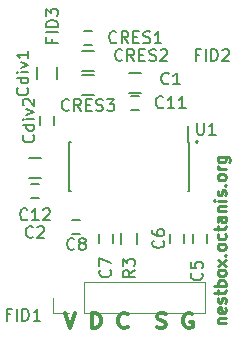
<source format=gto>
%TF.GenerationSoftware,KiCad,Pcbnew,4.0.7*%
%TF.CreationDate,2018-10-01T17:52:14+02:00*%
%TF.ProjectId,RFID_BOARD_V3_EM4095,524649445F424F4152445F56335F454D,rev?*%
%TF.FileFunction,Legend,Top*%
%FSLAX46Y46*%
G04 Gerber Fmt 4.6, Leading zero omitted, Abs format (unit mm)*
G04 Created by KiCad (PCBNEW 4.0.7) date 2018 October 01, Monday 17:52:14*
%MOMM*%
%LPD*%
G01*
G04 APERTURE LIST*
%ADD10C,0.100000*%
%ADD11C,0.300000*%
%ADD12C,0.250000*%
%ADD13C,0.220000*%
%ADD14C,0.150000*%
%ADD15C,0.120000*%
G04 APERTURE END LIST*
D10*
D11*
X154521430Y-124788095D02*
X154954763Y-126088095D01*
X155388096Y-124788095D01*
X156811906Y-126088095D02*
X156811906Y-124788095D01*
X157121430Y-124788095D01*
X157307144Y-124850000D01*
X157430953Y-124973810D01*
X157492858Y-125097619D01*
X157554763Y-125345238D01*
X157554763Y-125530952D01*
X157492858Y-125778571D01*
X157430953Y-125902381D01*
X157307144Y-126026190D01*
X157121430Y-126088095D01*
X156811906Y-126088095D01*
X159845239Y-125964286D02*
X159783334Y-126026190D01*
X159597620Y-126088095D01*
X159473810Y-126088095D01*
X159288096Y-126026190D01*
X159164287Y-125902381D01*
X159102382Y-125778571D01*
X159040477Y-125530952D01*
X159040477Y-125345238D01*
X159102382Y-125097619D01*
X159164287Y-124973810D01*
X159288096Y-124850000D01*
X159473810Y-124788095D01*
X159597620Y-124788095D01*
X159783334Y-124850000D01*
X159845239Y-124911905D01*
X162321429Y-126026190D02*
X162507143Y-126088095D01*
X162816667Y-126088095D01*
X162940477Y-126026190D01*
X163002381Y-125964286D01*
X163064286Y-125840476D01*
X163064286Y-125716667D01*
X163002381Y-125592857D01*
X162940477Y-125530952D01*
X162816667Y-125469048D01*
X162569048Y-125407143D01*
X162445239Y-125345238D01*
X162383334Y-125283333D01*
X162321429Y-125159524D01*
X162321429Y-125035714D01*
X162383334Y-124911905D01*
X162445239Y-124850000D01*
X162569048Y-124788095D01*
X162878572Y-124788095D01*
X163064286Y-124850000D01*
X165292857Y-124850000D02*
X165169048Y-124788095D01*
X164983333Y-124788095D01*
X164797619Y-124850000D01*
X164673810Y-124973810D01*
X164611905Y-125097619D01*
X164550000Y-125345238D01*
X164550000Y-125530952D01*
X164611905Y-125778571D01*
X164673810Y-125902381D01*
X164797619Y-126026190D01*
X164983333Y-126088095D01*
X165107143Y-126088095D01*
X165292857Y-126026190D01*
X165354762Y-125964286D01*
X165354762Y-125530952D01*
X165107143Y-125530952D01*
D12*
X165607143Y-110261905D02*
X165654762Y-110214286D01*
X165702381Y-110261905D01*
X165654762Y-110309524D01*
X165607143Y-110261905D01*
X165702381Y-110261905D01*
D13*
X167485714Y-125661905D02*
X168152381Y-125661905D01*
X167580952Y-125661905D02*
X167533333Y-125614286D01*
X167485714Y-125519048D01*
X167485714Y-125376190D01*
X167533333Y-125280952D01*
X167628571Y-125233333D01*
X168152381Y-125233333D01*
X168104762Y-124376190D02*
X168152381Y-124471428D01*
X168152381Y-124661905D01*
X168104762Y-124757143D01*
X168009524Y-124804762D01*
X167628571Y-124804762D01*
X167533333Y-124757143D01*
X167485714Y-124661905D01*
X167485714Y-124471428D01*
X167533333Y-124376190D01*
X167628571Y-124328571D01*
X167723810Y-124328571D01*
X167819048Y-124804762D01*
X168104762Y-123947619D02*
X168152381Y-123852381D01*
X168152381Y-123661905D01*
X168104762Y-123566666D01*
X168009524Y-123519047D01*
X167961905Y-123519047D01*
X167866667Y-123566666D01*
X167819048Y-123661905D01*
X167819048Y-123804762D01*
X167771429Y-123900000D01*
X167676190Y-123947619D01*
X167628571Y-123947619D01*
X167533333Y-123900000D01*
X167485714Y-123804762D01*
X167485714Y-123661905D01*
X167533333Y-123566666D01*
X167485714Y-123233333D02*
X167485714Y-122852381D01*
X167152381Y-123090476D02*
X168009524Y-123090476D01*
X168104762Y-123042857D01*
X168152381Y-122947619D01*
X168152381Y-122852381D01*
X168152381Y-122519047D02*
X167152381Y-122519047D01*
X167533333Y-122519047D02*
X167485714Y-122423809D01*
X167485714Y-122233332D01*
X167533333Y-122138094D01*
X167580952Y-122090475D01*
X167676190Y-122042856D01*
X167961905Y-122042856D01*
X168057143Y-122090475D01*
X168104762Y-122138094D01*
X168152381Y-122233332D01*
X168152381Y-122423809D01*
X168104762Y-122519047D01*
X168152381Y-121471428D02*
X168104762Y-121566666D01*
X168057143Y-121614285D01*
X167961905Y-121661904D01*
X167676190Y-121661904D01*
X167580952Y-121614285D01*
X167533333Y-121566666D01*
X167485714Y-121471428D01*
X167485714Y-121328570D01*
X167533333Y-121233332D01*
X167580952Y-121185713D01*
X167676190Y-121138094D01*
X167961905Y-121138094D01*
X168057143Y-121185713D01*
X168104762Y-121233332D01*
X168152381Y-121328570D01*
X168152381Y-121471428D01*
X168152381Y-120804761D02*
X167485714Y-120280951D01*
X167485714Y-120804761D02*
X168152381Y-120280951D01*
X168057143Y-119899999D02*
X168104762Y-119852380D01*
X168152381Y-119899999D01*
X168104762Y-119947618D01*
X168057143Y-119899999D01*
X168152381Y-119899999D01*
X168152381Y-119280952D02*
X168104762Y-119376190D01*
X168057143Y-119423809D01*
X167961905Y-119471428D01*
X167676190Y-119471428D01*
X167580952Y-119423809D01*
X167533333Y-119376190D01*
X167485714Y-119280952D01*
X167485714Y-119138094D01*
X167533333Y-119042856D01*
X167580952Y-118995237D01*
X167676190Y-118947618D01*
X167961905Y-118947618D01*
X168057143Y-118995237D01*
X168104762Y-119042856D01*
X168152381Y-119138094D01*
X168152381Y-119280952D01*
X168104762Y-118090475D02*
X168152381Y-118185713D01*
X168152381Y-118376190D01*
X168104762Y-118471428D01*
X168057143Y-118519047D01*
X167961905Y-118566666D01*
X167676190Y-118566666D01*
X167580952Y-118519047D01*
X167533333Y-118471428D01*
X167485714Y-118376190D01*
X167485714Y-118185713D01*
X167533333Y-118090475D01*
X167485714Y-117804761D02*
X167485714Y-117423809D01*
X167152381Y-117661904D02*
X168009524Y-117661904D01*
X168104762Y-117614285D01*
X168152381Y-117519047D01*
X168152381Y-117423809D01*
X168152381Y-116661903D02*
X167628571Y-116661903D01*
X167533333Y-116709522D01*
X167485714Y-116804760D01*
X167485714Y-116995237D01*
X167533333Y-117090475D01*
X168104762Y-116661903D02*
X168152381Y-116757141D01*
X168152381Y-116995237D01*
X168104762Y-117090475D01*
X168009524Y-117138094D01*
X167914286Y-117138094D01*
X167819048Y-117090475D01*
X167771429Y-116995237D01*
X167771429Y-116757141D01*
X167723810Y-116661903D01*
X167485714Y-116185713D02*
X168152381Y-116185713D01*
X167580952Y-116185713D02*
X167533333Y-116138094D01*
X167485714Y-116042856D01*
X167485714Y-115899998D01*
X167533333Y-115804760D01*
X167628571Y-115757141D01*
X168152381Y-115757141D01*
X168152381Y-115280951D02*
X167485714Y-115280951D01*
X167152381Y-115280951D02*
X167200000Y-115328570D01*
X167247619Y-115280951D01*
X167200000Y-115233332D01*
X167152381Y-115280951D01*
X167247619Y-115280951D01*
X168104762Y-114852380D02*
X168152381Y-114757142D01*
X168152381Y-114566666D01*
X168104762Y-114471427D01*
X168009524Y-114423808D01*
X167961905Y-114423808D01*
X167866667Y-114471427D01*
X167819048Y-114566666D01*
X167819048Y-114709523D01*
X167771429Y-114804761D01*
X167676190Y-114852380D01*
X167628571Y-114852380D01*
X167533333Y-114804761D01*
X167485714Y-114709523D01*
X167485714Y-114566666D01*
X167533333Y-114471427D01*
X168057143Y-113995237D02*
X168104762Y-113947618D01*
X168152381Y-113995237D01*
X168104762Y-114042856D01*
X168057143Y-113995237D01*
X168152381Y-113995237D01*
X168152381Y-113376190D02*
X168104762Y-113471428D01*
X168057143Y-113519047D01*
X167961905Y-113566666D01*
X167676190Y-113566666D01*
X167580952Y-113519047D01*
X167533333Y-113471428D01*
X167485714Y-113376190D01*
X167485714Y-113233332D01*
X167533333Y-113138094D01*
X167580952Y-113090475D01*
X167676190Y-113042856D01*
X167961905Y-113042856D01*
X168057143Y-113090475D01*
X168104762Y-113138094D01*
X168152381Y-113233332D01*
X168152381Y-113376190D01*
X168152381Y-112614285D02*
X167485714Y-112614285D01*
X167676190Y-112614285D02*
X167580952Y-112566666D01*
X167533333Y-112519047D01*
X167485714Y-112423809D01*
X167485714Y-112328570D01*
X167485714Y-111566665D02*
X168295238Y-111566665D01*
X168390476Y-111614284D01*
X168438095Y-111661903D01*
X168485714Y-111757142D01*
X168485714Y-111899999D01*
X168438095Y-111995237D01*
X168104762Y-111566665D02*
X168152381Y-111661903D01*
X168152381Y-111852380D01*
X168104762Y-111947618D01*
X168057143Y-111995237D01*
X167961905Y-112042856D01*
X167676190Y-112042856D01*
X167580952Y-111995237D01*
X167533333Y-111947618D01*
X167485714Y-111852380D01*
X167485714Y-111661903D01*
X167533333Y-111566665D01*
D14*
X165400000Y-118850000D02*
X165400000Y-118150000D01*
X166600000Y-118150000D02*
X166600000Y-118850000D01*
X164600000Y-118150000D02*
X164600000Y-118850000D01*
X163400000Y-118850000D02*
X163400000Y-118150000D01*
X157400000Y-118850000D02*
X157400000Y-118150000D01*
X158600000Y-118150000D02*
X158600000Y-118850000D01*
X165075000Y-110325000D02*
X164970000Y-110325000D01*
X165075000Y-114475000D02*
X164970000Y-114475000D01*
X154925000Y-114475000D02*
X155030000Y-114475000D01*
X154925000Y-110325000D02*
X155030000Y-110325000D01*
X165075000Y-110325000D02*
X165075000Y-114475000D01*
X154925000Y-110325000D02*
X154925000Y-114475000D01*
X164970000Y-110325000D02*
X164970000Y-108950000D01*
X151650000Y-113900000D02*
X152350000Y-113900000D01*
X152350000Y-115100000D02*
X151650000Y-115100000D01*
X155150000Y-116900000D02*
X155850000Y-116900000D01*
X155850000Y-118100000D02*
X155150000Y-118100000D01*
X152150000Y-104000000D02*
X152150000Y-105000000D01*
X153850000Y-105000000D02*
X153850000Y-104000000D01*
X152400000Y-108850000D02*
X152400000Y-108150000D01*
X153600000Y-108150000D02*
X153600000Y-108850000D01*
X157000000Y-102650000D02*
X156000000Y-102650000D01*
X156000000Y-104350000D02*
X157000000Y-104350000D01*
X156000000Y-106350000D02*
X157000000Y-106350000D01*
X157000000Y-104650000D02*
X156000000Y-104650000D01*
D15*
X166370000Y-124830000D02*
X166370000Y-122170000D01*
X156150000Y-124830000D02*
X166370000Y-124830000D01*
X156150000Y-122170000D02*
X166370000Y-122170000D01*
X156150000Y-124830000D02*
X156150000Y-122170000D01*
X154880000Y-124830000D02*
X153550000Y-124830000D01*
X153550000Y-124830000D02*
X153550000Y-123500000D01*
D14*
X160675000Y-118000000D02*
X160675000Y-119000000D01*
X159325000Y-119000000D02*
X159325000Y-118000000D01*
X156850000Y-102100000D02*
X156150000Y-102100000D01*
X156150000Y-100900000D02*
X156850000Y-100900000D01*
X160850000Y-107600000D02*
X160150000Y-107600000D01*
X160150000Y-106400000D02*
X160850000Y-106400000D01*
X160000000Y-106150000D02*
X161000000Y-106150000D01*
X161000000Y-104450000D02*
X160000000Y-104450000D01*
X152500000Y-111650000D02*
X151500000Y-111650000D01*
X151500000Y-113350000D02*
X152500000Y-113350000D01*
X153428571Y-101571428D02*
X153428571Y-101904762D01*
X153952381Y-101904762D02*
X152952381Y-101904762D01*
X152952381Y-101428571D01*
X153952381Y-101047619D02*
X152952381Y-101047619D01*
X153952381Y-100571429D02*
X152952381Y-100571429D01*
X152952381Y-100333334D01*
X153000000Y-100190476D01*
X153095238Y-100095238D01*
X153190476Y-100047619D01*
X153380952Y-100000000D01*
X153523810Y-100000000D01*
X153714286Y-100047619D01*
X153809524Y-100095238D01*
X153904762Y-100190476D01*
X153952381Y-100333334D01*
X153952381Y-100571429D01*
X152952381Y-99666667D02*
X152952381Y-99047619D01*
X153333333Y-99380953D01*
X153333333Y-99238095D01*
X153380952Y-99142857D01*
X153428571Y-99095238D01*
X153523810Y-99047619D01*
X153761905Y-99047619D01*
X153857143Y-99095238D01*
X153904762Y-99142857D01*
X153952381Y-99238095D01*
X153952381Y-99523810D01*
X153904762Y-99619048D01*
X153857143Y-99666667D01*
X165928572Y-102928571D02*
X165595238Y-102928571D01*
X165595238Y-103452381D02*
X165595238Y-102452381D01*
X166071429Y-102452381D01*
X166452381Y-103452381D02*
X166452381Y-102452381D01*
X166928571Y-103452381D02*
X166928571Y-102452381D01*
X167166666Y-102452381D01*
X167309524Y-102500000D01*
X167404762Y-102595238D01*
X167452381Y-102690476D01*
X167500000Y-102880952D01*
X167500000Y-103023810D01*
X167452381Y-103214286D01*
X167404762Y-103309524D01*
X167309524Y-103404762D01*
X167166666Y-103452381D01*
X166928571Y-103452381D01*
X167880952Y-102547619D02*
X167928571Y-102500000D01*
X168023809Y-102452381D01*
X168261905Y-102452381D01*
X168357143Y-102500000D01*
X168404762Y-102547619D01*
X168452381Y-102642857D01*
X168452381Y-102738095D01*
X168404762Y-102880952D01*
X167833333Y-103452381D01*
X168452381Y-103452381D01*
X166107143Y-121416666D02*
X166154762Y-121464285D01*
X166202381Y-121607142D01*
X166202381Y-121702380D01*
X166154762Y-121845238D01*
X166059524Y-121940476D01*
X165964286Y-121988095D01*
X165773810Y-122035714D01*
X165630952Y-122035714D01*
X165440476Y-121988095D01*
X165345238Y-121940476D01*
X165250000Y-121845238D01*
X165202381Y-121702380D01*
X165202381Y-121607142D01*
X165250000Y-121464285D01*
X165297619Y-121416666D01*
X165202381Y-120511904D02*
X165202381Y-120988095D01*
X165678571Y-121035714D01*
X165630952Y-120988095D01*
X165583333Y-120892857D01*
X165583333Y-120654761D01*
X165630952Y-120559523D01*
X165678571Y-120511904D01*
X165773810Y-120464285D01*
X166011905Y-120464285D01*
X166107143Y-120511904D01*
X166154762Y-120559523D01*
X166202381Y-120654761D01*
X166202381Y-120892857D01*
X166154762Y-120988095D01*
X166107143Y-121035714D01*
X162857143Y-118666666D02*
X162904762Y-118714285D01*
X162952381Y-118857142D01*
X162952381Y-118952380D01*
X162904762Y-119095238D01*
X162809524Y-119190476D01*
X162714286Y-119238095D01*
X162523810Y-119285714D01*
X162380952Y-119285714D01*
X162190476Y-119238095D01*
X162095238Y-119190476D01*
X162000000Y-119095238D01*
X161952381Y-118952380D01*
X161952381Y-118857142D01*
X162000000Y-118714285D01*
X162047619Y-118666666D01*
X161952381Y-117809523D02*
X161952381Y-118000000D01*
X162000000Y-118095238D01*
X162047619Y-118142857D01*
X162190476Y-118238095D01*
X162380952Y-118285714D01*
X162761905Y-118285714D01*
X162857143Y-118238095D01*
X162904762Y-118190476D01*
X162952381Y-118095238D01*
X162952381Y-117904761D01*
X162904762Y-117809523D01*
X162857143Y-117761904D01*
X162761905Y-117714285D01*
X162523810Y-117714285D01*
X162428571Y-117761904D01*
X162380952Y-117809523D01*
X162333333Y-117904761D01*
X162333333Y-118095238D01*
X162380952Y-118190476D01*
X162428571Y-118238095D01*
X162523810Y-118285714D01*
X158357143Y-121166666D02*
X158404762Y-121214285D01*
X158452381Y-121357142D01*
X158452381Y-121452380D01*
X158404762Y-121595238D01*
X158309524Y-121690476D01*
X158214286Y-121738095D01*
X158023810Y-121785714D01*
X157880952Y-121785714D01*
X157690476Y-121738095D01*
X157595238Y-121690476D01*
X157500000Y-121595238D01*
X157452381Y-121452380D01*
X157452381Y-121357142D01*
X157500000Y-121214285D01*
X157547619Y-121166666D01*
X157452381Y-120833333D02*
X157452381Y-120166666D01*
X158452381Y-120595238D01*
X165738095Y-108702381D02*
X165738095Y-109511905D01*
X165785714Y-109607143D01*
X165833333Y-109654762D01*
X165928571Y-109702381D01*
X166119048Y-109702381D01*
X166214286Y-109654762D01*
X166261905Y-109607143D01*
X166309524Y-109511905D01*
X166309524Y-108702381D01*
X167309524Y-109702381D02*
X166738095Y-109702381D01*
X167023809Y-109702381D02*
X167023809Y-108702381D01*
X166928571Y-108845238D01*
X166833333Y-108940476D01*
X166738095Y-108988095D01*
X151833334Y-118357143D02*
X151785715Y-118404762D01*
X151642858Y-118452381D01*
X151547620Y-118452381D01*
X151404762Y-118404762D01*
X151309524Y-118309524D01*
X151261905Y-118214286D01*
X151214286Y-118023810D01*
X151214286Y-117880952D01*
X151261905Y-117690476D01*
X151309524Y-117595238D01*
X151404762Y-117500000D01*
X151547620Y-117452381D01*
X151642858Y-117452381D01*
X151785715Y-117500000D01*
X151833334Y-117547619D01*
X152214286Y-117547619D02*
X152261905Y-117500000D01*
X152357143Y-117452381D01*
X152595239Y-117452381D01*
X152690477Y-117500000D01*
X152738096Y-117547619D01*
X152785715Y-117642857D01*
X152785715Y-117738095D01*
X152738096Y-117880952D01*
X152166667Y-118452381D01*
X152785715Y-118452381D01*
X155333334Y-119357143D02*
X155285715Y-119404762D01*
X155142858Y-119452381D01*
X155047620Y-119452381D01*
X154904762Y-119404762D01*
X154809524Y-119309524D01*
X154761905Y-119214286D01*
X154714286Y-119023810D01*
X154714286Y-118880952D01*
X154761905Y-118690476D01*
X154809524Y-118595238D01*
X154904762Y-118500000D01*
X155047620Y-118452381D01*
X155142858Y-118452381D01*
X155285715Y-118500000D01*
X155333334Y-118547619D01*
X155904762Y-118880952D02*
X155809524Y-118833333D01*
X155761905Y-118785714D01*
X155714286Y-118690476D01*
X155714286Y-118642857D01*
X155761905Y-118547619D01*
X155809524Y-118500000D01*
X155904762Y-118452381D01*
X156095239Y-118452381D01*
X156190477Y-118500000D01*
X156238096Y-118547619D01*
X156285715Y-118642857D01*
X156285715Y-118690476D01*
X156238096Y-118785714D01*
X156190477Y-118833333D01*
X156095239Y-118880952D01*
X155904762Y-118880952D01*
X155809524Y-118928571D01*
X155761905Y-118976190D01*
X155714286Y-119071429D01*
X155714286Y-119261905D01*
X155761905Y-119357143D01*
X155809524Y-119404762D01*
X155904762Y-119452381D01*
X156095239Y-119452381D01*
X156190477Y-119404762D01*
X156238096Y-119357143D01*
X156285715Y-119261905D01*
X156285715Y-119071429D01*
X156238096Y-118976190D01*
X156190477Y-118928571D01*
X156095239Y-118880952D01*
X151357143Y-105738095D02*
X151404762Y-105785714D01*
X151452381Y-105928571D01*
X151452381Y-106023809D01*
X151404762Y-106166667D01*
X151309524Y-106261905D01*
X151214286Y-106309524D01*
X151023810Y-106357143D01*
X150880952Y-106357143D01*
X150690476Y-106309524D01*
X150595238Y-106261905D01*
X150500000Y-106166667D01*
X150452381Y-106023809D01*
X150452381Y-105928571D01*
X150500000Y-105785714D01*
X150547619Y-105738095D01*
X151452381Y-104880952D02*
X150452381Y-104880952D01*
X151404762Y-104880952D02*
X151452381Y-104976190D01*
X151452381Y-105166667D01*
X151404762Y-105261905D01*
X151357143Y-105309524D01*
X151261905Y-105357143D01*
X150976190Y-105357143D01*
X150880952Y-105309524D01*
X150833333Y-105261905D01*
X150785714Y-105166667D01*
X150785714Y-104976190D01*
X150833333Y-104880952D01*
X151452381Y-104404762D02*
X150785714Y-104404762D01*
X150452381Y-104404762D02*
X150500000Y-104452381D01*
X150547619Y-104404762D01*
X150500000Y-104357143D01*
X150452381Y-104404762D01*
X150547619Y-104404762D01*
X150785714Y-104023810D02*
X151452381Y-103785715D01*
X150785714Y-103547619D01*
X151452381Y-102642857D02*
X151452381Y-103214286D01*
X151452381Y-102928572D02*
X150452381Y-102928572D01*
X150595238Y-103023810D01*
X150690476Y-103119048D01*
X150738095Y-103214286D01*
X151857143Y-109738095D02*
X151904762Y-109785714D01*
X151952381Y-109928571D01*
X151952381Y-110023809D01*
X151904762Y-110166667D01*
X151809524Y-110261905D01*
X151714286Y-110309524D01*
X151523810Y-110357143D01*
X151380952Y-110357143D01*
X151190476Y-110309524D01*
X151095238Y-110261905D01*
X151000000Y-110166667D01*
X150952381Y-110023809D01*
X150952381Y-109928571D01*
X151000000Y-109785714D01*
X151047619Y-109738095D01*
X151952381Y-108880952D02*
X150952381Y-108880952D01*
X151904762Y-108880952D02*
X151952381Y-108976190D01*
X151952381Y-109166667D01*
X151904762Y-109261905D01*
X151857143Y-109309524D01*
X151761905Y-109357143D01*
X151476190Y-109357143D01*
X151380952Y-109309524D01*
X151333333Y-109261905D01*
X151285714Y-109166667D01*
X151285714Y-108976190D01*
X151333333Y-108880952D01*
X151952381Y-108404762D02*
X151285714Y-108404762D01*
X150952381Y-108404762D02*
X151000000Y-108452381D01*
X151047619Y-108404762D01*
X151000000Y-108357143D01*
X150952381Y-108404762D01*
X151047619Y-108404762D01*
X151285714Y-108023810D02*
X151952381Y-107785715D01*
X151285714Y-107547619D01*
X151047619Y-107214286D02*
X151000000Y-107166667D01*
X150952381Y-107071429D01*
X150952381Y-106833333D01*
X151000000Y-106738095D01*
X151047619Y-106690476D01*
X151142857Y-106642857D01*
X151238095Y-106642857D01*
X151380952Y-106690476D01*
X151952381Y-107261905D01*
X151952381Y-106642857D01*
X159404762Y-103357143D02*
X159357143Y-103404762D01*
X159214286Y-103452381D01*
X159119048Y-103452381D01*
X158976190Y-103404762D01*
X158880952Y-103309524D01*
X158833333Y-103214286D01*
X158785714Y-103023810D01*
X158785714Y-102880952D01*
X158833333Y-102690476D01*
X158880952Y-102595238D01*
X158976190Y-102500000D01*
X159119048Y-102452381D01*
X159214286Y-102452381D01*
X159357143Y-102500000D01*
X159404762Y-102547619D01*
X160404762Y-103452381D02*
X160071428Y-102976190D01*
X159833333Y-103452381D02*
X159833333Y-102452381D01*
X160214286Y-102452381D01*
X160309524Y-102500000D01*
X160357143Y-102547619D01*
X160404762Y-102642857D01*
X160404762Y-102785714D01*
X160357143Y-102880952D01*
X160309524Y-102928571D01*
X160214286Y-102976190D01*
X159833333Y-102976190D01*
X160833333Y-102928571D02*
X161166667Y-102928571D01*
X161309524Y-103452381D02*
X160833333Y-103452381D01*
X160833333Y-102452381D01*
X161309524Y-102452381D01*
X161690476Y-103404762D02*
X161833333Y-103452381D01*
X162071429Y-103452381D01*
X162166667Y-103404762D01*
X162214286Y-103357143D01*
X162261905Y-103261905D01*
X162261905Y-103166667D01*
X162214286Y-103071429D01*
X162166667Y-103023810D01*
X162071429Y-102976190D01*
X161880952Y-102928571D01*
X161785714Y-102880952D01*
X161738095Y-102833333D01*
X161690476Y-102738095D01*
X161690476Y-102642857D01*
X161738095Y-102547619D01*
X161785714Y-102500000D01*
X161880952Y-102452381D01*
X162119048Y-102452381D01*
X162261905Y-102500000D01*
X162642857Y-102547619D02*
X162690476Y-102500000D01*
X162785714Y-102452381D01*
X163023810Y-102452381D01*
X163119048Y-102500000D01*
X163166667Y-102547619D01*
X163214286Y-102642857D01*
X163214286Y-102738095D01*
X163166667Y-102880952D01*
X162595238Y-103452381D01*
X163214286Y-103452381D01*
X154904762Y-107607143D02*
X154857143Y-107654762D01*
X154714286Y-107702381D01*
X154619048Y-107702381D01*
X154476190Y-107654762D01*
X154380952Y-107559524D01*
X154333333Y-107464286D01*
X154285714Y-107273810D01*
X154285714Y-107130952D01*
X154333333Y-106940476D01*
X154380952Y-106845238D01*
X154476190Y-106750000D01*
X154619048Y-106702381D01*
X154714286Y-106702381D01*
X154857143Y-106750000D01*
X154904762Y-106797619D01*
X155904762Y-107702381D02*
X155571428Y-107226190D01*
X155333333Y-107702381D02*
X155333333Y-106702381D01*
X155714286Y-106702381D01*
X155809524Y-106750000D01*
X155857143Y-106797619D01*
X155904762Y-106892857D01*
X155904762Y-107035714D01*
X155857143Y-107130952D01*
X155809524Y-107178571D01*
X155714286Y-107226190D01*
X155333333Y-107226190D01*
X156333333Y-107178571D02*
X156666667Y-107178571D01*
X156809524Y-107702381D02*
X156333333Y-107702381D01*
X156333333Y-106702381D01*
X156809524Y-106702381D01*
X157190476Y-107654762D02*
X157333333Y-107702381D01*
X157571429Y-107702381D01*
X157666667Y-107654762D01*
X157714286Y-107607143D01*
X157761905Y-107511905D01*
X157761905Y-107416667D01*
X157714286Y-107321429D01*
X157666667Y-107273810D01*
X157571429Y-107226190D01*
X157380952Y-107178571D01*
X157285714Y-107130952D01*
X157238095Y-107083333D01*
X157190476Y-106988095D01*
X157190476Y-106892857D01*
X157238095Y-106797619D01*
X157285714Y-106750000D01*
X157380952Y-106702381D01*
X157619048Y-106702381D01*
X157761905Y-106750000D01*
X158095238Y-106702381D02*
X158714286Y-106702381D01*
X158380952Y-107083333D01*
X158523810Y-107083333D01*
X158619048Y-107130952D01*
X158666667Y-107178571D01*
X158714286Y-107273810D01*
X158714286Y-107511905D01*
X158666667Y-107607143D01*
X158619048Y-107654762D01*
X158523810Y-107702381D01*
X158238095Y-107702381D01*
X158142857Y-107654762D01*
X158095238Y-107607143D01*
X160452381Y-121166666D02*
X159976190Y-121500000D01*
X160452381Y-121738095D02*
X159452381Y-121738095D01*
X159452381Y-121357142D01*
X159500000Y-121261904D01*
X159547619Y-121214285D01*
X159642857Y-121166666D01*
X159785714Y-121166666D01*
X159880952Y-121214285D01*
X159928571Y-121261904D01*
X159976190Y-121357142D01*
X159976190Y-121738095D01*
X159452381Y-120833333D02*
X159452381Y-120214285D01*
X159833333Y-120547619D01*
X159833333Y-120404761D01*
X159880952Y-120309523D01*
X159928571Y-120261904D01*
X160023810Y-120214285D01*
X160261905Y-120214285D01*
X160357143Y-120261904D01*
X160404762Y-120309523D01*
X160452381Y-120404761D01*
X160452381Y-120690476D01*
X160404762Y-120785714D01*
X160357143Y-120833333D01*
X158904762Y-101857143D02*
X158857143Y-101904762D01*
X158714286Y-101952381D01*
X158619048Y-101952381D01*
X158476190Y-101904762D01*
X158380952Y-101809524D01*
X158333333Y-101714286D01*
X158285714Y-101523810D01*
X158285714Y-101380952D01*
X158333333Y-101190476D01*
X158380952Y-101095238D01*
X158476190Y-101000000D01*
X158619048Y-100952381D01*
X158714286Y-100952381D01*
X158857143Y-101000000D01*
X158904762Y-101047619D01*
X159904762Y-101952381D02*
X159571428Y-101476190D01*
X159333333Y-101952381D02*
X159333333Y-100952381D01*
X159714286Y-100952381D01*
X159809524Y-101000000D01*
X159857143Y-101047619D01*
X159904762Y-101142857D01*
X159904762Y-101285714D01*
X159857143Y-101380952D01*
X159809524Y-101428571D01*
X159714286Y-101476190D01*
X159333333Y-101476190D01*
X160333333Y-101428571D02*
X160666667Y-101428571D01*
X160809524Y-101952381D02*
X160333333Y-101952381D01*
X160333333Y-100952381D01*
X160809524Y-100952381D01*
X161190476Y-101904762D02*
X161333333Y-101952381D01*
X161571429Y-101952381D01*
X161666667Y-101904762D01*
X161714286Y-101857143D01*
X161761905Y-101761905D01*
X161761905Y-101666667D01*
X161714286Y-101571429D01*
X161666667Y-101523810D01*
X161571429Y-101476190D01*
X161380952Y-101428571D01*
X161285714Y-101380952D01*
X161238095Y-101333333D01*
X161190476Y-101238095D01*
X161190476Y-101142857D01*
X161238095Y-101047619D01*
X161285714Y-101000000D01*
X161380952Y-100952381D01*
X161619048Y-100952381D01*
X161761905Y-101000000D01*
X162714286Y-101952381D02*
X162142857Y-101952381D01*
X162428571Y-101952381D02*
X162428571Y-100952381D01*
X162333333Y-101095238D01*
X162238095Y-101190476D01*
X162142857Y-101238095D01*
X162857143Y-107357143D02*
X162809524Y-107404762D01*
X162666667Y-107452381D01*
X162571429Y-107452381D01*
X162428571Y-107404762D01*
X162333333Y-107309524D01*
X162285714Y-107214286D01*
X162238095Y-107023810D01*
X162238095Y-106880952D01*
X162285714Y-106690476D01*
X162333333Y-106595238D01*
X162428571Y-106500000D01*
X162571429Y-106452381D01*
X162666667Y-106452381D01*
X162809524Y-106500000D01*
X162857143Y-106547619D01*
X163809524Y-107452381D02*
X163238095Y-107452381D01*
X163523809Y-107452381D02*
X163523809Y-106452381D01*
X163428571Y-106595238D01*
X163333333Y-106690476D01*
X163238095Y-106738095D01*
X164761905Y-107452381D02*
X164190476Y-107452381D01*
X164476190Y-107452381D02*
X164476190Y-106452381D01*
X164380952Y-106595238D01*
X164285714Y-106690476D01*
X164190476Y-106738095D01*
X149928572Y-124928571D02*
X149595238Y-124928571D01*
X149595238Y-125452381D02*
X149595238Y-124452381D01*
X150071429Y-124452381D01*
X150452381Y-125452381D02*
X150452381Y-124452381D01*
X150928571Y-125452381D02*
X150928571Y-124452381D01*
X151166666Y-124452381D01*
X151309524Y-124500000D01*
X151404762Y-124595238D01*
X151452381Y-124690476D01*
X151500000Y-124880952D01*
X151500000Y-125023810D01*
X151452381Y-125214286D01*
X151404762Y-125309524D01*
X151309524Y-125404762D01*
X151166666Y-125452381D01*
X150928571Y-125452381D01*
X152452381Y-125452381D02*
X151880952Y-125452381D01*
X152166666Y-125452381D02*
X152166666Y-124452381D01*
X152071428Y-124595238D01*
X151976190Y-124690476D01*
X151880952Y-124738095D01*
X163333334Y-105357143D02*
X163285715Y-105404762D01*
X163142858Y-105452381D01*
X163047620Y-105452381D01*
X162904762Y-105404762D01*
X162809524Y-105309524D01*
X162761905Y-105214286D01*
X162714286Y-105023810D01*
X162714286Y-104880952D01*
X162761905Y-104690476D01*
X162809524Y-104595238D01*
X162904762Y-104500000D01*
X163047620Y-104452381D01*
X163142858Y-104452381D01*
X163285715Y-104500000D01*
X163333334Y-104547619D01*
X164285715Y-105452381D02*
X163714286Y-105452381D01*
X164000000Y-105452381D02*
X164000000Y-104452381D01*
X163904762Y-104595238D01*
X163809524Y-104690476D01*
X163714286Y-104738095D01*
X151357143Y-116857143D02*
X151309524Y-116904762D01*
X151166667Y-116952381D01*
X151071429Y-116952381D01*
X150928571Y-116904762D01*
X150833333Y-116809524D01*
X150785714Y-116714286D01*
X150738095Y-116523810D01*
X150738095Y-116380952D01*
X150785714Y-116190476D01*
X150833333Y-116095238D01*
X150928571Y-116000000D01*
X151071429Y-115952381D01*
X151166667Y-115952381D01*
X151309524Y-116000000D01*
X151357143Y-116047619D01*
X152309524Y-116952381D02*
X151738095Y-116952381D01*
X152023809Y-116952381D02*
X152023809Y-115952381D01*
X151928571Y-116095238D01*
X151833333Y-116190476D01*
X151738095Y-116238095D01*
X152690476Y-116047619D02*
X152738095Y-116000000D01*
X152833333Y-115952381D01*
X153071429Y-115952381D01*
X153166667Y-116000000D01*
X153214286Y-116047619D01*
X153261905Y-116142857D01*
X153261905Y-116238095D01*
X153214286Y-116380952D01*
X152642857Y-116952381D01*
X153261905Y-116952381D01*
M02*

</source>
